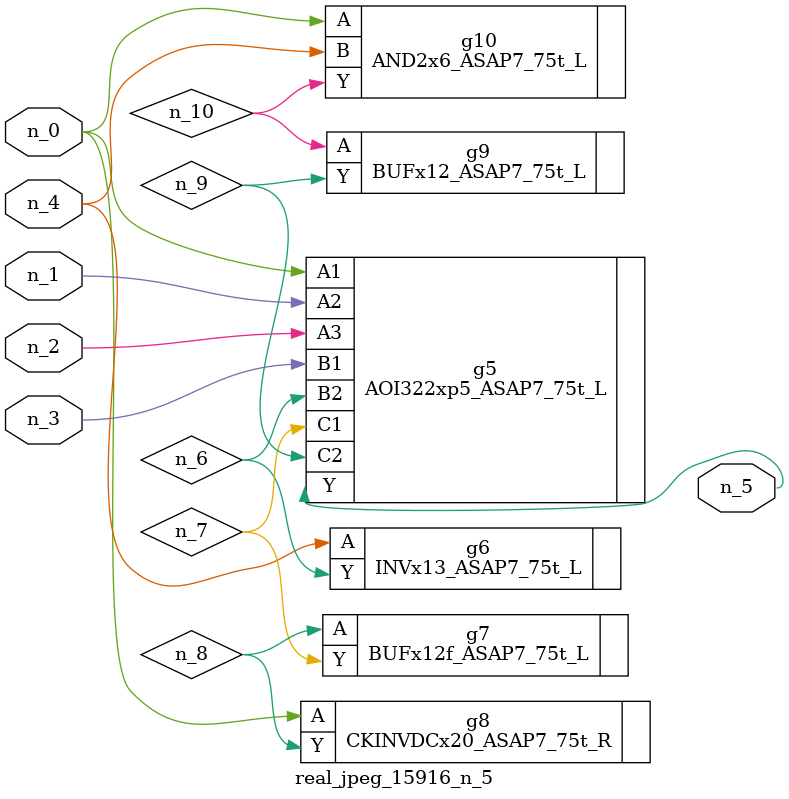
<source format=v>
module real_jpeg_15916_n_5 (n_4, n_0, n_1, n_2, n_3, n_5);

input n_4;
input n_0;
input n_1;
input n_2;
input n_3;

output n_5;

wire n_8;
wire n_6;
wire n_7;
wire n_10;
wire n_9;

AOI322xp5_ASAP7_75t_L g5 ( 
.A1(n_0),
.A2(n_1),
.A3(n_2),
.B1(n_3),
.B2(n_6),
.C1(n_7),
.C2(n_9),
.Y(n_5)
);

CKINVDCx20_ASAP7_75t_R g8 ( 
.A(n_0),
.Y(n_8)
);

AND2x6_ASAP7_75t_L g10 ( 
.A(n_0),
.B(n_4),
.Y(n_10)
);

INVx13_ASAP7_75t_L g6 ( 
.A(n_4),
.Y(n_6)
);

BUFx12f_ASAP7_75t_L g7 ( 
.A(n_8),
.Y(n_7)
);

BUFx12_ASAP7_75t_L g9 ( 
.A(n_10),
.Y(n_9)
);


endmodule
</source>
